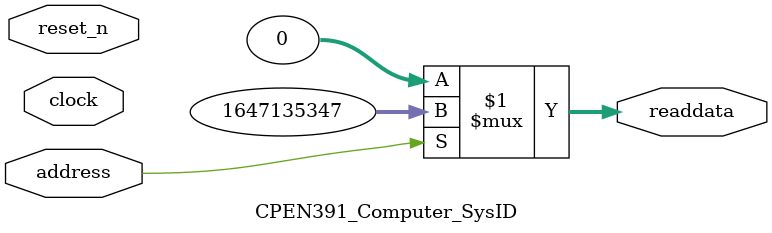
<source format=v>



// synthesis translate_off
`timescale 1ns / 1ps
// synthesis translate_on

// turn off superfluous verilog processor warnings 
// altera message_level Level1 
// altera message_off 10034 10035 10036 10037 10230 10240 10030 

module CPEN391_Computer_SysID (
               // inputs:
                address,
                clock,
                reset_n,

               // outputs:
                readdata
             )
;

  output  [ 31: 0] readdata;
  input            address;
  input            clock;
  input            reset_n;

  wire    [ 31: 0] readdata;
  //control_slave, which is an e_avalon_slave
  assign readdata = address ? 1647135347 : 0;

endmodule



</source>
